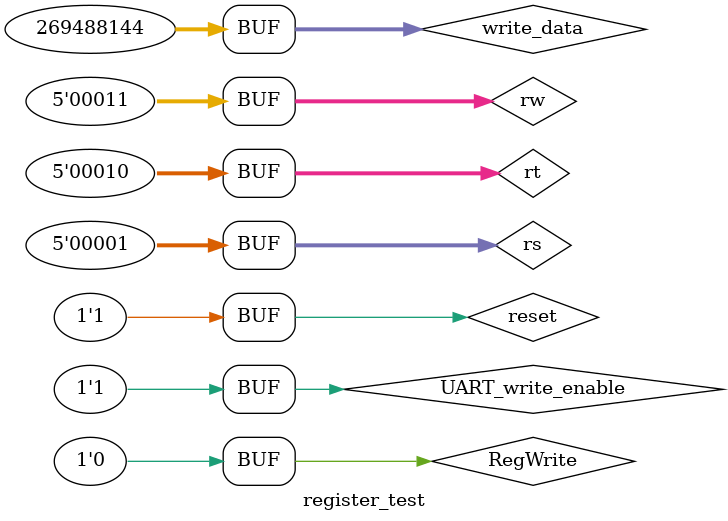
<source format=sv>
module register_test;
	logic RegWrite;
	logic UART_write_enable;
	logic [4:0] rs;
	logic [4:0] rt;
	logic [4:0] rw;
	logic [31:0] write_data;
	logic reset;
	logic [31:0] op1_sub;
	logic [31:0] op2_sub;

	localparam WAIT = 5000;

	register register_instance(
			RegWrite,
			UART_write_enable,
			rs,
			rt,
			rw,
			write_data,
			reset,
			op1_sub,
			op2_sub
	);

	initial begin
		#WAIT;
		reset <= 1;
		RegWrite <= 0;
		UART_write_enable <= 0;
		#WAIT;
		rw <= 5'b00001;
		write_data <= 32'h10101010;
		#WAIT;
		RegWrite <= 1;
		#WAIT;
		rs <= 5'b00001;
		rw <= 5'b00010;
		#WAIT;
		rt <= 5'b00010;
		#WAIT;
		RegWrite <= 0;
		rw <=5'b00011;
		#WAIT;
		UART_write_enable <= 1;
	end
endmodule

</source>
